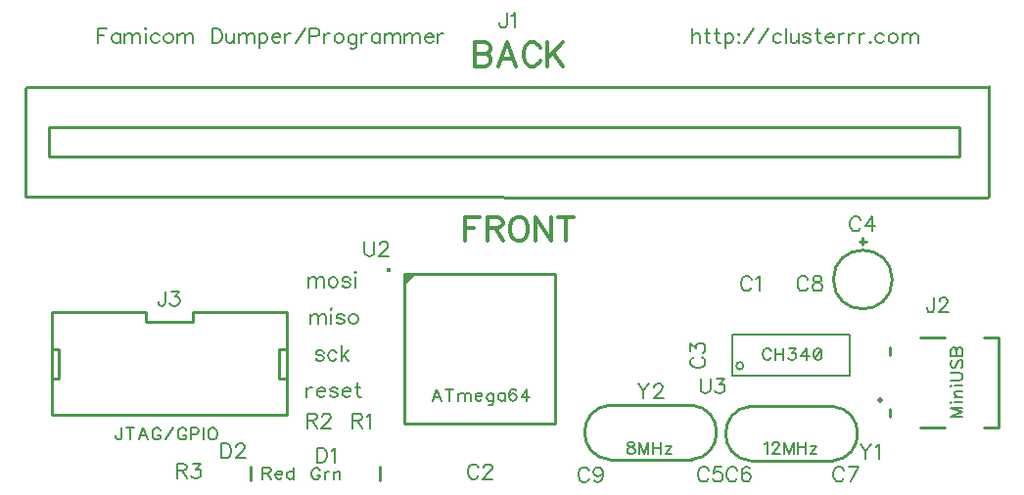
<source format=gbr>
G04 DipTrace 3.3.1.3*
G04 TopSilk.gbr*
%MOIN*%
G04 #@! TF.FileFunction,Legend,Top*
G04 #@! TF.Part,Single*
%ADD10C,0.009843*%
%ADD24C,0.019677*%
%ADD30C,0.015345*%
%ADD33C,0.005*%
%ADD41C,0.007874*%
%ADD73C,0.00772*%
%ADD74C,0.012351*%
%FSLAX26Y26*%
G04*
G70*
G90*
G75*
G01*
G04 TopSilk*
%LPD*%
X3244381Y1248582D2*
D10*
X3268021D1*
X3256201Y1260401D2*
Y1236787D1*
X3156201Y1118671D2*
G02X3156201Y1118671I100000J0D01*
G01*
X1612885Y432872D2*
Y480117D1*
X1172387Y434630D2*
Y481874D1*
X3684819Y1779275D2*
X3684491Y1401549D1*
X3584825Y1637323D2*
Y1537291D1*
X406315Y1772251D2*
Y1402289D1*
X484999Y1637249D2*
Y1537365D1*
X3680557Y1399405D2*
X409921Y1399775D1*
X3684819Y1774986D2*
X409921Y1774765D1*
X3584825Y1537291D2*
X484999Y1537365D1*
X3584825Y1637323D2*
X484999Y1637249D1*
X3718218Y615699D2*
Y922787D1*
Y615699D2*
X3669025D1*
X3535915D2*
X3451667D1*
X3348155Y651145D2*
Y678696D1*
Y859790D2*
Y887340D1*
X3451667Y922787D2*
X3535915D1*
X3669025D2*
X3718218D1*
D24*
X3314671Y706246D3*
X1268901Y881251D2*
D10*
X1293701D1*
X1268901Y781151D2*
Y881251D1*
Y781151D2*
X1293701D1*
X493701Y881251D2*
X518501D1*
Y781151D2*
Y881251D1*
X493701Y781151D2*
X518501D1*
X1293701Y656201D2*
Y1006201D1*
X493701Y656201D2*
Y1006201D1*
Y656201D2*
X1293701D1*
X973701Y976101D2*
Y1006201D1*
X813701Y976101D2*
X973701D1*
X813701D2*
Y1006201D1*
X973701D2*
X1293701D1*
X493701D2*
X813701D1*
X1694857Y1138411D2*
X2206718D1*
Y626550D1*
X1694857D1*
Y1138411D1*
D30*
X1642999Y1149817D3*
G36*
X1694857Y1138411D2*
Y1099021D1*
X1734246Y1138411D1*
X1694857D1*
G37*
X2812541Y792467D2*
D33*
Y932467D1*
X3212541D1*
Y792467D1*
X2812541D1*
X2825061Y824967D2*
G02X2825061Y824967I12480J0D01*
G01*
X2874126Y500844D2*
D10*
X3153454D1*
X2874126Y686592D2*
X3153454D1*
X2874126D2*
G03X2874126Y500844I8216J-92874D01*
G01*
X3153454D2*
G03X3153454Y686592I-8216J92874D01*
G01*
X2673361Y690747D2*
X2394033D1*
X2673361Y504999D2*
X2394033D1*
X2673361D2*
G03X2673361Y690747I-8216J92874D01*
G01*
X2394033D2*
G03X2394033Y504999I8216J-92874D01*
G01*
X2877044Y1118438D2*
D73*
X2874667Y1123192D1*
X2869859Y1128000D1*
X2865106Y1130377D1*
X2855544D1*
X2850736Y1128000D1*
X2845983Y1123192D1*
X2843551Y1118438D1*
X2841174Y1111253D1*
Y1099260D1*
X2843551Y1092130D1*
X2845983Y1087322D1*
X2850736Y1082568D1*
X2855544Y1080137D1*
X2865106D1*
X2869859Y1082568D1*
X2874667Y1087322D1*
X2877044Y1092130D1*
X2892483Y1120760D2*
X2897292Y1123192D1*
X2904477Y1130321D1*
Y1080137D1*
X1947225Y477432D2*
X1944848Y482185D1*
X1940040Y486993D1*
X1935286Y489370D1*
X1925725D1*
X1920916Y486993D1*
X1916163Y482185D1*
X1913731Y477432D1*
X1911355Y470247D1*
Y458253D1*
X1913731Y451124D1*
X1916163Y446315D1*
X1920916Y441562D1*
X1925725Y439130D1*
X1935286D1*
X1940040Y441562D1*
X1944848Y446315D1*
X1947225Y451124D1*
X1965096Y477377D2*
Y479753D1*
X1967472Y484562D1*
X1969849Y486938D1*
X1974657Y489315D1*
X1984219D1*
X1988972Y486938D1*
X1991349Y484562D1*
X1993781Y479753D1*
Y475000D1*
X1991349Y470192D1*
X1986596Y463062D1*
X1962664Y439130D1*
X1996157D1*
X2681571Y853722D2*
X2676818Y851345D1*
X2672009Y846537D1*
X2669633Y841784D1*
Y832222D1*
X2672009Y827414D1*
X2676818Y822661D1*
X2681571Y820229D1*
X2688756Y817852D1*
X2700749D1*
X2707879Y820229D1*
X2712688Y822661D1*
X2717441Y827414D1*
X2719873Y832222D1*
Y841784D1*
X2717441Y846537D1*
X2712688Y851345D1*
X2707879Y853722D1*
X2669688Y873970D2*
Y900223D1*
X2688811Y885908D1*
Y893093D1*
X2691188Y897846D1*
X2693564Y900223D1*
X2700749Y902655D1*
X2705503D1*
X2712688Y900223D1*
X2717496Y895470D1*
X2719873Y888284D1*
Y881099D1*
X2717496Y873970D1*
X2715064Y871593D1*
X2710311Y869161D1*
X3248481Y1321686D2*
X3246105Y1326439D1*
X3241296Y1331247D1*
X3236543Y1333624D1*
X3226981D1*
X3222173Y1331247D1*
X3217420Y1326439D1*
X3214988Y1321686D1*
X3212611Y1314501D1*
Y1302507D1*
X3214988Y1295377D1*
X3217420Y1290569D1*
X3222173Y1285816D1*
X3226981Y1283384D1*
X3236543D1*
X3241296Y1285816D1*
X3246105Y1290569D1*
X3248481Y1295377D1*
X3287852Y1283384D2*
Y1333569D1*
X3263920Y1300131D1*
X3299790D1*
X2730620Y468256D2*
X2728243Y473009D1*
X2723435Y477818D1*
X2718681Y480194D1*
X2709120D1*
X2704311Y477818D1*
X2699558Y473009D1*
X2697126Y468256D1*
X2694750Y461071D1*
Y449077D1*
X2697126Y441948D1*
X2699558Y437139D1*
X2704311Y432386D1*
X2709120Y429954D1*
X2718681D1*
X2723435Y432386D1*
X2728243Y437139D1*
X2730620Y441948D1*
X2774744Y480139D2*
X2750867D1*
X2748491Y458639D1*
X2750867Y461016D1*
X2758052Y463448D1*
X2765182D1*
X2772367Y461016D1*
X2777176Y456262D1*
X2779552Y449077D1*
Y444324D1*
X2777176Y437139D1*
X2772367Y432331D1*
X2765182Y429954D1*
X2758052D1*
X2750867Y432331D1*
X2748491Y434763D1*
X2746059Y439516D1*
X2828189Y468437D2*
X2825812Y473190D1*
X2821003Y477999D1*
X2816250Y480375D1*
X2806689D1*
X2801880Y477999D1*
X2797127Y473190D1*
X2794695Y468437D1*
X2792319Y461252D1*
Y449259D1*
X2794695Y442129D1*
X2797127Y437320D1*
X2801880Y432567D1*
X2806689Y430135D1*
X2816250D1*
X2821003Y432567D1*
X2825812Y437320D1*
X2828189Y442129D1*
X2872313Y473190D2*
X2869936Y477943D1*
X2862751Y480320D1*
X2857998D1*
X2850813Y477943D1*
X2846004Y470758D1*
X2843628Y458820D1*
Y446882D1*
X2846004Y437320D1*
X2850813Y432512D1*
X2857998Y430135D1*
X2860374D1*
X2867504Y432512D1*
X2872313Y437320D1*
X2874689Y444505D1*
Y446882D1*
X2872313Y454067D1*
X2867504Y458820D1*
X2860374Y461197D1*
X2857998D1*
X2850813Y458820D1*
X2846004Y454067D1*
X2843628Y446882D1*
X3191294Y468438D2*
X3188918Y473192D1*
X3184109Y478000D1*
X3179356Y480377D1*
X3169794D1*
X3164986Y478000D1*
X3160233Y473192D1*
X3157801Y468438D1*
X3155424Y461253D1*
Y449260D1*
X3157801Y442130D1*
X3160233Y437322D1*
X3164986Y432568D1*
X3169794Y430137D1*
X3179356D1*
X3184109Y432568D1*
X3188918Y437322D1*
X3191294Y442130D1*
X3216295Y430137D2*
X3240227Y480321D1*
X3206733D1*
X3069243Y1118534D2*
X3066866Y1123287D1*
X3062058Y1128096D1*
X3057305Y1130472D1*
X3047743D1*
X3042935Y1128096D1*
X3038182Y1123287D1*
X3035750Y1118534D1*
X3033373Y1111349D1*
Y1099356D1*
X3035750Y1092226D1*
X3038182Y1087417D1*
X3042935Y1082664D1*
X3047743Y1080232D1*
X3057305D1*
X3062058Y1082664D1*
X3066866Y1087417D1*
X3069243Y1092226D1*
X3096620Y1130417D2*
X3089491Y1128041D1*
X3087059Y1123287D1*
Y1118479D1*
X3089491Y1113726D1*
X3094244Y1111294D1*
X3103806Y1108917D1*
X3110991Y1106541D1*
X3115744Y1101732D1*
X3118120Y1096979D1*
Y1089794D1*
X3115744Y1085041D1*
X3113367Y1082609D1*
X3106182Y1080232D1*
X3096620D1*
X3089491Y1082609D1*
X3087059Y1085041D1*
X3084682Y1089794D1*
Y1096979D1*
X3087059Y1101732D1*
X3091867Y1106541D1*
X3098997Y1108917D1*
X3108559Y1111294D1*
X3113367Y1113726D1*
X3115744Y1118479D1*
Y1123287D1*
X3113367Y1128041D1*
X3106182Y1130417D1*
X3096620D1*
X2323837Y466818D2*
X2321460Y471571D1*
X2316652Y476379D1*
X2311899Y478756D1*
X2302337D1*
X2297528Y476379D1*
X2292775Y471571D1*
X2290343Y466818D1*
X2287967Y459633D1*
Y447639D1*
X2290343Y440509D1*
X2292775Y435701D1*
X2297528Y430948D1*
X2302337Y428516D1*
X2311899D1*
X2316652Y430948D1*
X2321460Y435701D1*
X2323837Y440509D1*
X2370393Y462009D2*
X2367961Y454824D1*
X2363208Y450016D1*
X2356023Y447639D1*
X2353646D1*
X2346461Y450016D1*
X2341708Y454824D1*
X2339276Y462009D1*
Y464386D1*
X2341708Y471571D1*
X2346461Y476324D1*
X2353646Y478701D1*
X2356023D1*
X2363208Y476324D1*
X2367961Y471571D1*
X2370393Y462009D1*
Y450016D1*
X2367961Y438078D1*
X2363208Y430892D1*
X2356023Y428516D1*
X2351269D1*
X2344084Y430892D1*
X2341708Y435701D1*
X1397776Y545761D2*
Y495521D1*
X1414522D1*
X1421708Y497953D1*
X1426516Y502706D1*
X1428893Y507515D1*
X1431269Y514644D1*
Y526638D1*
X1428893Y533823D1*
X1426516Y538576D1*
X1421708Y543385D1*
X1414522Y545761D1*
X1397776D1*
X1446708Y536144D2*
X1451517Y538576D1*
X1458702Y545706D1*
Y495521D1*
X1071529Y560018D2*
Y509778D1*
X1088275D1*
X1095460Y512210D1*
X1100269Y516963D1*
X1102645Y521772D1*
X1105022Y528902D1*
Y540895D1*
X1102645Y548080D1*
X1100269Y552833D1*
X1095460Y557642D1*
X1088275Y560018D1*
X1071529D1*
X1122893Y548025D2*
Y550401D1*
X1125270Y555210D1*
X1127646Y557586D1*
X1132455Y559963D1*
X1142016D1*
X1146769Y557586D1*
X1149146Y555210D1*
X1151578Y550401D1*
Y545648D1*
X1149146Y540840D1*
X1144393Y533710D1*
X1120461Y509778D1*
X1153954D1*
X2043816Y2026537D2*
Y1988290D1*
X2041440Y1981105D1*
X2039008Y1978729D1*
X2034255Y1976297D1*
X2029446D1*
X2024693Y1978729D1*
X2022317Y1981105D1*
X2019885Y1988290D1*
Y1993043D1*
X2059256Y2016920D2*
X2064064Y2019352D1*
X2071249Y2026481D1*
Y1976297D1*
X3499024Y1057033D2*
Y1018786D1*
X3496648Y1011601D1*
X3494216Y1009225D1*
X3489463Y1006793D1*
X3484654D1*
X3479901Y1009225D1*
X3477525Y1011601D1*
X3475093Y1018786D1*
Y1023539D1*
X3516896Y1045039D2*
Y1047416D1*
X3519272Y1052224D1*
X3521649Y1054601D1*
X3526457Y1056978D1*
X3536019D1*
X3540772Y1054601D1*
X3543149Y1052224D1*
X3545580Y1047416D1*
Y1042663D1*
X3543149Y1037854D1*
X3538395Y1030724D1*
X3514464Y1006793D1*
X3547957D1*
X881200Y1079424D2*
Y1041177D1*
X878824Y1033992D1*
X876392Y1031616D1*
X871639Y1029184D1*
X866830D1*
X862077Y1031616D1*
X859701Y1033992D1*
X857269Y1041177D1*
Y1045931D1*
X901448Y1079369D2*
X927701D1*
X913386Y1060245D1*
X920571D1*
X925324Y1057869D1*
X927701Y1055492D1*
X930133Y1048307D1*
Y1043554D1*
X927701Y1036369D1*
X922948Y1031560D1*
X915763Y1029184D1*
X908578D1*
X901448Y1031560D1*
X899071Y1033992D1*
X896640Y1038745D1*
X1518101Y637971D2*
X1539601D1*
X1546786Y640403D1*
X1549218Y642780D1*
X1551595Y647533D1*
Y652341D1*
X1549218Y657094D1*
X1546786Y659526D1*
X1539601Y661903D1*
X1518101D1*
Y611663D1*
X1534848Y637971D2*
X1551595Y611663D1*
X1567034Y652286D2*
X1571842Y654718D1*
X1579027Y661848D1*
Y611663D1*
X1363437Y638478D2*
X1384936D1*
X1392122Y640910D1*
X1394553Y643286D1*
X1396930Y648039D1*
Y652848D1*
X1394553Y657601D1*
X1392122Y660033D1*
X1384936Y662409D1*
X1363437D1*
Y612169D1*
X1380183Y638478D2*
X1396930Y612169D1*
X1414801Y650416D2*
Y652793D1*
X1417178Y657601D1*
X1419554Y659978D1*
X1424363Y662354D1*
X1433924D1*
X1438678Y659978D1*
X1441054Y657601D1*
X1443486Y652793D1*
Y648039D1*
X1441054Y643231D1*
X1436301Y636101D1*
X1412369Y612169D1*
X1445863D1*
X920025Y467282D2*
X941524D1*
X948709Y469714D1*
X951141Y472091D1*
X953518Y476844D1*
Y481652D1*
X951141Y486405D1*
X948709Y488837D1*
X941524Y491214D1*
X920025D1*
Y440974D1*
X936771Y467282D2*
X953518Y440974D1*
X973766Y491159D2*
X1000019D1*
X985704Y472035D1*
X992889D1*
X997642Y469659D1*
X1000019Y467282D1*
X1002450Y460097D1*
Y455344D1*
X1000019Y448159D1*
X995265Y443350D1*
X988080Y440974D1*
X980895D1*
X973766Y443350D1*
X971389Y445782D1*
X968957Y450536D1*
X1559574Y1248223D2*
Y1212353D1*
X1561951Y1205168D1*
X1566759Y1200415D1*
X1573945Y1197983D1*
X1578698D1*
X1585883Y1200415D1*
X1590691Y1205168D1*
X1593068Y1212353D1*
Y1248223D1*
X1610939Y1236230D2*
Y1238606D1*
X1613315Y1243415D1*
X1615692Y1245791D1*
X1620501Y1248168D1*
X1630062D1*
X1634815Y1245791D1*
X1637192Y1243415D1*
X1639624Y1238606D1*
Y1233853D1*
X1637192Y1229045D1*
X1632439Y1221915D1*
X1608507Y1197983D1*
X1642000D1*
X2703362Y781505D2*
Y745635D1*
X2705738Y738450D1*
X2710547Y733697D1*
X2717732Y731265D1*
X2722485D1*
X2729670Y733697D1*
X2734479Y738450D1*
X2736855Y745635D1*
Y781505D1*
X2757103Y781450D2*
X2783356D1*
X2769041Y762327D1*
X2776226D1*
X2780979Y759950D1*
X2783356Y757574D1*
X2785788Y750388D1*
Y745635D1*
X2783356Y738450D1*
X2778603Y733642D1*
X2771418Y731265D1*
X2764233D1*
X2757103Y733642D1*
X2754726Y736074D1*
X2752294Y740827D1*
X3247477Y558533D2*
X3266600Y534601D1*
Y508293D1*
X3285723Y558533D2*
X3266600Y534601D1*
X3301162Y548916D2*
X3305971Y551348D1*
X3313156Y558478D1*
Y508293D1*
X2490107Y763970D2*
X2509231Y740038D1*
Y713730D1*
X2528354Y763970D2*
X2509231Y740038D1*
X2546225Y751976D2*
Y754353D1*
X2548602Y759161D1*
X2550978Y761538D1*
X2555787Y763915D1*
X2565348D1*
X2570101Y761538D1*
X2572478Y759161D1*
X2574910Y754353D1*
Y749600D1*
X2572478Y744791D1*
X2567725Y737661D1*
X2543793Y713730D1*
X2577286D1*
X1362528Y751278D2*
D41*
Y717784D1*
Y736908D2*
X1364959Y744093D1*
X1369713Y748901D1*
X1374521Y751278D1*
X1381706D1*
X1397454Y736908D2*
X1426139D1*
Y741716D1*
X1423762Y746525D1*
X1421386Y748901D1*
X1416577Y751278D1*
X1409392D1*
X1404639Y748901D1*
X1399831Y744093D1*
X1397454Y736908D1*
Y732155D1*
X1399831Y724970D1*
X1404639Y720216D1*
X1409392Y717784D1*
X1416577D1*
X1421386Y720216D1*
X1426139Y724970D1*
X1468195Y744093D2*
X1465819Y748901D1*
X1458634Y751278D1*
X1451449D1*
X1444264Y748901D1*
X1441887Y744093D1*
X1444264Y739340D1*
X1449072Y736908D1*
X1461010Y734531D1*
X1465819Y732155D1*
X1468195Y727346D1*
Y724970D1*
X1465819Y720216D1*
X1458634Y717784D1*
X1451449D1*
X1444264Y720216D1*
X1441887Y724970D1*
X1483943Y736908D2*
X1512628D1*
Y741716D1*
X1510252Y746525D1*
X1507875Y748901D1*
X1503067Y751278D1*
X1495882D1*
X1491128Y748901D1*
X1486320Y744093D1*
X1483943Y736908D1*
Y732155D1*
X1486320Y724970D1*
X1491128Y720216D1*
X1495882Y717784D1*
X1503067D1*
X1507875Y720216D1*
X1512628Y724970D1*
X1535561Y768024D2*
Y727346D1*
X1537938Y720216D1*
X1542746Y717784D1*
X1547500D1*
X1528376Y751278D2*
X1545123D1*
X1420085Y869093D2*
X1417709Y873901D1*
X1410524Y876278D1*
X1403339D1*
X1396153Y873901D1*
X1393777Y869093D1*
X1396153Y864340D1*
X1400962Y861908D1*
X1412900Y859531D1*
X1417709Y857155D1*
X1420085Y852346D1*
Y849970D1*
X1417709Y845216D1*
X1410524Y842784D1*
X1403339D1*
X1396153Y845216D1*
X1393777Y849970D1*
X1464573Y869093D2*
X1459765Y873901D1*
X1454956Y876278D1*
X1447827D1*
X1443018Y873901D1*
X1438265Y869093D1*
X1435833Y861908D1*
Y857155D1*
X1438265Y849970D1*
X1443018Y845216D1*
X1447827Y842784D1*
X1454956D1*
X1459765Y845216D1*
X1464573Y849970D1*
X1480321Y893024D2*
Y842784D1*
X1504253Y876278D2*
X1480321Y852346D1*
X1489883Y861908D2*
X1506630Y842784D1*
X1375028Y1001278D2*
Y967784D1*
Y991716D2*
X1382213Y998901D1*
X1387021Y1001278D1*
X1394151D1*
X1398959Y998901D1*
X1401336Y991716D1*
Y967784D1*
Y991716D2*
X1408521Y998901D1*
X1413329Y1001278D1*
X1420459D1*
X1425268Y998901D1*
X1427699Y991716D1*
Y967784D1*
X1443447Y1018024D2*
X1445824Y1015648D1*
X1448256Y1018024D1*
X1445824Y1020456D1*
X1443447Y1018024D1*
X1445824Y1001278D2*
Y967784D1*
X1490312Y994093D2*
X1487936Y998901D1*
X1480751Y1001278D1*
X1473566D1*
X1466381Y998901D1*
X1464004Y994093D1*
X1466381Y989340D1*
X1471189Y986908D1*
X1483127Y984531D1*
X1487936Y982155D1*
X1490312Y977346D1*
Y974970D1*
X1487936Y970216D1*
X1480751Y967784D1*
X1473566D1*
X1466381Y970216D1*
X1464004Y974970D1*
X1517998Y1001278D2*
X1513245Y998901D1*
X1508437Y994093D1*
X1506060Y986908D1*
Y982155D1*
X1508437Y974970D1*
X1513245Y970216D1*
X1517998Y967784D1*
X1525184D1*
X1529992Y970216D1*
X1534745Y974970D1*
X1537177Y982155D1*
Y986908D1*
X1534745Y994093D1*
X1529992Y998901D1*
X1525184Y1001278D1*
X1517998D1*
X1368778Y1126278D2*
Y1092784D1*
Y1116716D2*
X1375963Y1123901D1*
X1380772Y1126278D1*
X1387901D1*
X1392710Y1123901D1*
X1395087Y1116716D1*
Y1092784D1*
Y1116716D2*
X1402272Y1123901D1*
X1407080Y1126278D1*
X1414210D1*
X1419018Y1123901D1*
X1421450Y1116716D1*
Y1092784D1*
X1449136Y1126278D2*
X1444383Y1123901D1*
X1439575Y1119093D1*
X1437198Y1111908D1*
Y1107155D1*
X1439575Y1099970D1*
X1444383Y1095216D1*
X1449136Y1092784D1*
X1456321D1*
X1461130Y1095216D1*
X1465883Y1099970D1*
X1468315Y1107155D1*
Y1111908D1*
X1465883Y1119093D1*
X1461130Y1123901D1*
X1456321Y1126278D1*
X1449136D1*
X1510371Y1119093D2*
X1507995Y1123901D1*
X1500810Y1126278D1*
X1493625D1*
X1486439Y1123901D1*
X1484063Y1119093D1*
X1486439Y1114340D1*
X1491248Y1111908D1*
X1503186Y1109531D1*
X1507995Y1107155D1*
X1510371Y1102346D1*
Y1099970D1*
X1507995Y1095216D1*
X1500810Y1092784D1*
X1493625D1*
X1486439Y1095216D1*
X1484063Y1099970D1*
X1526119Y1143024D2*
X1528496Y1140648D1*
X1530928Y1143024D1*
X1528496Y1145456D1*
X1526119Y1143024D1*
X1528496Y1126278D2*
Y1092784D1*
X682517Y1974275D2*
X651400D1*
Y1924035D1*
Y1950343D2*
X670524D1*
X726950Y1957528D2*
Y1924035D1*
Y1950343D2*
X722197Y1955152D1*
X717388Y1957528D1*
X710259D1*
X705450Y1955152D1*
X700697Y1950343D1*
X698265Y1943158D1*
Y1938405D1*
X700697Y1931220D1*
X705450Y1926467D1*
X710259Y1924035D1*
X717388D1*
X722197Y1926467D1*
X726950Y1931220D1*
X742698Y1957528D2*
Y1924035D1*
Y1947967D2*
X749883Y1955152D1*
X754691Y1957528D1*
X761821D1*
X766630Y1955152D1*
X769006Y1947967D1*
Y1924035D1*
Y1947967D2*
X776191Y1955152D1*
X781000Y1957528D1*
X788130D1*
X792938Y1955152D1*
X795370Y1947967D1*
Y1924035D1*
X811118Y1974275D2*
X813494Y1971899D1*
X815926Y1974275D1*
X813494Y1976707D1*
X811118Y1974275D1*
X813494Y1957528D2*
Y1924035D1*
X860414Y1950343D2*
X855606Y1955152D1*
X850798Y1957528D1*
X843668D1*
X838859Y1955152D1*
X834106Y1950343D1*
X831674Y1943158D1*
Y1938405D1*
X834106Y1931220D1*
X838859Y1926467D1*
X843668Y1924035D1*
X850798D1*
X855606Y1926467D1*
X860414Y1931220D1*
X888101Y1957528D2*
X883348Y1955152D1*
X878539Y1950343D1*
X876163Y1943158D1*
Y1938405D1*
X878539Y1931220D1*
X883348Y1926467D1*
X888101Y1924035D1*
X895286D1*
X900094Y1926467D1*
X904847Y1931220D1*
X907279Y1938405D1*
Y1943158D1*
X904847Y1950343D1*
X900094Y1955152D1*
X895286Y1957528D1*
X888101D1*
X923027D2*
Y1924035D1*
Y1947967D2*
X930212Y1955152D1*
X935021Y1957528D1*
X942151D1*
X946959Y1955152D1*
X949336Y1947967D1*
Y1924035D1*
Y1947967D2*
X956521Y1955152D1*
X961329Y1957528D1*
X968459D1*
X973267Y1955152D1*
X975699Y1947967D1*
Y1924035D1*
X1040357Y1974275D2*
Y1924035D1*
X1057104D1*
X1064289Y1926467D1*
X1069097Y1931220D1*
X1071474Y1936029D1*
X1073850Y1943158D1*
Y1955152D1*
X1071474Y1962337D1*
X1069097Y1967090D1*
X1064289Y1971899D1*
X1057104Y1974275D1*
X1040357D1*
X1089598Y1957528D2*
Y1933597D1*
X1091975Y1926467D1*
X1096783Y1924035D1*
X1103968D1*
X1108722Y1926467D1*
X1115907Y1933597D1*
Y1957528D2*
Y1924035D1*
X1131655Y1957528D2*
Y1924035D1*
Y1947967D2*
X1138840Y1955152D1*
X1143648Y1957528D1*
X1150778D1*
X1155586Y1955152D1*
X1157963Y1947967D1*
Y1924035D1*
Y1947967D2*
X1165148Y1955152D1*
X1169956Y1957528D1*
X1177086D1*
X1181895Y1955152D1*
X1184327Y1947967D1*
Y1924035D1*
X1200075Y1957528D2*
Y1907288D1*
Y1950343D2*
X1204883Y1955097D1*
X1209636Y1957528D1*
X1216821D1*
X1221630Y1955097D1*
X1226383Y1950343D1*
X1228815Y1943158D1*
Y1938350D1*
X1226383Y1931220D1*
X1221630Y1926412D1*
X1216821Y1924035D1*
X1209636D1*
X1204883Y1926412D1*
X1200075Y1931220D1*
X1244563Y1943158D2*
X1273248D1*
Y1947967D1*
X1270871Y1952775D1*
X1268494Y1955152D1*
X1263686Y1957528D1*
X1256501D1*
X1251748Y1955152D1*
X1246939Y1950343D1*
X1244563Y1943158D1*
Y1938405D1*
X1246939Y1931220D1*
X1251748Y1926467D1*
X1256501Y1924035D1*
X1263686D1*
X1268494Y1926467D1*
X1273248Y1931220D1*
X1288996Y1957528D2*
Y1924035D1*
Y1943158D2*
X1291428Y1950343D1*
X1296181Y1955152D1*
X1300989Y1957528D1*
X1308174D1*
X1323922Y1924035D2*
X1357416Y1974220D1*
X1373164Y1947967D2*
X1394719D1*
X1401848Y1950343D1*
X1404280Y1952775D1*
X1406657Y1957528D1*
Y1964714D1*
X1404280Y1969467D1*
X1401848Y1971899D1*
X1394719Y1974275D1*
X1373164D1*
Y1924035D1*
X1422405Y1957528D2*
Y1924035D1*
Y1943158D2*
X1424837Y1950343D1*
X1429590Y1955152D1*
X1434398Y1957528D1*
X1441583D1*
X1469270D2*
X1464517Y1955152D1*
X1459708Y1950343D1*
X1457332Y1943158D1*
Y1938405D1*
X1459708Y1931220D1*
X1464517Y1926467D1*
X1469270Y1924035D1*
X1476455D1*
X1481263Y1926467D1*
X1486016Y1931220D1*
X1488448Y1938405D1*
Y1943158D1*
X1486016Y1950343D1*
X1481263Y1955152D1*
X1476455Y1957528D1*
X1469270D1*
X1532881Y1955152D2*
Y1916850D1*
X1530505Y1909720D1*
X1528128Y1907288D1*
X1523320Y1904912D1*
X1516135D1*
X1511381Y1907288D1*
X1532881Y1947967D2*
X1528128Y1952720D1*
X1523320Y1955152D1*
X1516135D1*
X1511381Y1952720D1*
X1506573Y1947967D1*
X1504196Y1940782D1*
Y1935973D1*
X1506573Y1928844D1*
X1511381Y1924035D1*
X1516135Y1921659D1*
X1523320D1*
X1528128Y1924035D1*
X1532881Y1928844D1*
X1548629Y1957528D2*
Y1924035D1*
Y1943158D2*
X1551061Y1950343D1*
X1555814Y1955152D1*
X1560623Y1957528D1*
X1567808D1*
X1612241D2*
Y1924035D1*
Y1950343D2*
X1607487Y1955152D1*
X1602679Y1957528D1*
X1595549D1*
X1590741Y1955152D1*
X1585988Y1950343D1*
X1583556Y1943158D1*
Y1938405D1*
X1585988Y1931220D1*
X1590741Y1926467D1*
X1595549Y1924035D1*
X1602679D1*
X1607487Y1926467D1*
X1612241Y1931220D1*
X1627989Y1957528D2*
Y1924035D1*
Y1947967D2*
X1635174Y1955152D1*
X1639982Y1957528D1*
X1647112D1*
X1651920Y1955152D1*
X1654297Y1947967D1*
Y1924035D1*
Y1947967D2*
X1661482Y1955152D1*
X1666290Y1957528D1*
X1673420D1*
X1678229Y1955152D1*
X1680661Y1947967D1*
Y1924035D1*
X1696409Y1957528D2*
Y1924035D1*
Y1947967D2*
X1703594Y1955152D1*
X1708402Y1957528D1*
X1715532D1*
X1720340Y1955152D1*
X1722717Y1947967D1*
Y1924035D1*
Y1947967D2*
X1729902Y1955152D1*
X1734710Y1957528D1*
X1741840D1*
X1746649Y1955152D1*
X1749080Y1947967D1*
Y1924035D1*
X1764828Y1943158D2*
X1793513D1*
Y1947967D1*
X1791137Y1952775D1*
X1788760Y1955152D1*
X1783952Y1957528D1*
X1776767D1*
X1772014Y1955152D1*
X1767205Y1950343D1*
X1764828Y1943158D1*
Y1938405D1*
X1767205Y1931220D1*
X1772014Y1926467D1*
X1776767Y1924035D1*
X1783952D1*
X1788760Y1926467D1*
X1793513Y1931220D1*
X1809261Y1957528D2*
Y1924035D1*
Y1943158D2*
X1811693Y1950343D1*
X1816446Y1955152D1*
X1821255Y1957528D1*
X1828440D1*
X2675022Y1974275D2*
Y1924035D1*
Y1947967D2*
X2682207Y1955152D1*
X2687016Y1957528D1*
X2694201D1*
X2698954Y1955152D1*
X2701331Y1947967D1*
Y1924035D1*
X2724264Y1974275D2*
Y1933597D1*
X2726640Y1926467D1*
X2731449Y1924035D1*
X2736202D1*
X2717079Y1957528D2*
X2733825D1*
X2759135Y1974275D2*
Y1933597D1*
X2761512Y1926467D1*
X2766320Y1924035D1*
X2771073D1*
X2751950Y1957528D2*
X2768697D1*
X2786821D2*
Y1907288D1*
Y1950343D2*
X2791630Y1955097D1*
X2796383Y1957528D1*
X2803568D1*
X2808376Y1955097D1*
X2813130Y1950343D1*
X2815561Y1943158D1*
Y1938350D1*
X2813130Y1931220D1*
X2808376Y1926412D1*
X2803568Y1924035D1*
X2796383D1*
X2791630Y1926412D1*
X2786821Y1931220D1*
X2833741Y1957528D2*
X2831309Y1955097D1*
X2833741Y1952720D1*
X2836118Y1955097D1*
X2833741Y1957528D1*
Y1928844D2*
X2831309Y1926412D1*
X2833741Y1924035D1*
X2836118Y1926412D1*
X2833741Y1928844D1*
X2851866Y1924035D2*
X2885359Y1974220D1*
X2901107Y1924035D2*
X2934601Y1974220D1*
X2979089Y1950343D2*
X2974280Y1955152D1*
X2969472Y1957528D1*
X2962342D1*
X2957534Y1955152D1*
X2952780Y1950343D1*
X2950349Y1943158D1*
Y1938405D1*
X2952780Y1931220D1*
X2957534Y1926467D1*
X2962342Y1924035D1*
X2969472D1*
X2974280Y1926467D1*
X2979089Y1931220D1*
X2994837Y1974275D2*
Y1924035D1*
X3010585Y1957528D2*
Y1933597D1*
X3012961Y1926467D1*
X3017770Y1924035D1*
X3024955D1*
X3029708Y1926467D1*
X3036893Y1933597D1*
Y1957528D2*
Y1924035D1*
X3078949Y1950343D2*
X3076573Y1955152D1*
X3069388Y1957528D1*
X3062203D1*
X3055018Y1955152D1*
X3052641Y1950343D1*
X3055018Y1945590D1*
X3059826Y1943158D1*
X3071764Y1940782D1*
X3076573Y1938405D1*
X3078949Y1933597D1*
Y1931220D1*
X3076573Y1926467D1*
X3069388Y1924035D1*
X3062203D1*
X3055018Y1926467D1*
X3052641Y1931220D1*
X3101883Y1974275D2*
Y1933597D1*
X3104259Y1926467D1*
X3109068Y1924035D1*
X3113821D1*
X3094698Y1957528D2*
X3111444D1*
X3129569Y1943158D2*
X3158254D1*
Y1947967D1*
X3155877Y1952775D1*
X3153501Y1955152D1*
X3148692Y1957528D1*
X3141507D1*
X3136754Y1955152D1*
X3131945Y1950343D1*
X3129569Y1943158D1*
Y1938405D1*
X3131945Y1931220D1*
X3136754Y1926467D1*
X3141507Y1924035D1*
X3148692D1*
X3153501Y1926467D1*
X3158254Y1931220D1*
X3174002Y1957528D2*
Y1924035D1*
Y1943158D2*
X3176434Y1950343D1*
X3181187Y1955152D1*
X3185995Y1957528D1*
X3193180D1*
X3208928D2*
Y1924035D1*
Y1943158D2*
X3211360Y1950343D1*
X3216113Y1955152D1*
X3220922Y1957528D1*
X3228107D1*
X3243855D2*
Y1924035D1*
Y1943158D2*
X3246287Y1950343D1*
X3251040Y1955152D1*
X3255848Y1957528D1*
X3263033D1*
X3281158Y1928844D2*
X3278781Y1926412D1*
X3281158Y1924035D1*
X3283590Y1926412D1*
X3281158Y1928844D1*
X3328078Y1950343D2*
X3323270Y1955152D1*
X3318461Y1957528D1*
X3311331D1*
X3306523Y1955152D1*
X3301770Y1950343D1*
X3299338Y1943158D1*
Y1938405D1*
X3301770Y1931220D1*
X3306523Y1926467D1*
X3311331Y1924035D1*
X3318461D1*
X3323270Y1926467D1*
X3328078Y1931220D1*
X3355764Y1957528D2*
X3351011Y1955152D1*
X3346203Y1950343D1*
X3343826Y1943158D1*
Y1938405D1*
X3346203Y1931220D1*
X3351011Y1926467D1*
X3355764Y1924035D1*
X3362949D1*
X3367758Y1926467D1*
X3372511Y1931220D1*
X3374943Y1938405D1*
Y1943158D1*
X3372511Y1950343D1*
X3367758Y1955152D1*
X3362949Y1957528D1*
X3355764D1*
X3390691D2*
Y1924035D1*
Y1947967D2*
X3397876Y1955152D1*
X3402684Y1957528D1*
X3409814D1*
X3414623Y1955152D1*
X3416999Y1947967D1*
Y1924035D1*
Y1947967D2*
X3424184Y1955152D1*
X3428993Y1957528D1*
X3436122D1*
X3440931Y1955152D1*
X3443363Y1947967D1*
Y1924035D1*
X732300Y613398D2*
Y582800D1*
X730399Y577052D1*
X728453Y575151D1*
X724651Y573206D1*
X720804D1*
X717002Y575151D1*
X715100Y577052D1*
X713155Y582800D1*
Y586603D1*
X761446Y613398D2*
Y573206D1*
X748048Y613398D2*
X774843D1*
X821232Y573206D2*
X805890Y613398D1*
X790591Y573206D1*
X796339Y586603D2*
X815484D1*
X865676Y603847D2*
X863775Y607650D1*
X859928Y611496D1*
X856126Y613398D1*
X848476D1*
X844630Y611496D1*
X840827Y607650D1*
X838882Y603847D1*
X836980Y598099D1*
Y588504D1*
X838882Y582800D1*
X840827Y578954D1*
X844630Y575151D1*
X848476Y573206D1*
X856126D1*
X859928Y575151D1*
X863775Y578954D1*
X865676Y582800D1*
Y588504D1*
X856126D1*
X881424Y573206D2*
X908219Y613353D1*
X952663Y603847D2*
X950762Y607650D1*
X946915Y611496D1*
X943112Y613398D1*
X935463D1*
X931616Y611496D1*
X927814Y607650D1*
X925868Y603847D1*
X923967Y598099D1*
Y588504D1*
X925868Y582800D1*
X927814Y578954D1*
X931616Y575151D1*
X935463Y573206D1*
X943112D1*
X946915Y575151D1*
X950762Y578954D1*
X952663Y582800D1*
Y588504D1*
X943112D1*
X968411Y592351D2*
X985655D1*
X991359Y594252D1*
X993304Y596198D1*
X995206Y600000D1*
Y605748D1*
X993304Y609551D1*
X991359Y611496D1*
X985655Y613398D1*
X968411D1*
Y573206D1*
X1010954Y613398D2*
Y573206D1*
X1038198Y613398D2*
X1034351Y611496D1*
X1030549Y607650D1*
X1028603Y603847D1*
X1026702Y598099D1*
Y588504D1*
X1028603Y582800D1*
X1030549Y578954D1*
X1034351Y575151D1*
X1038198Y573206D1*
X1045847D1*
X1049650Y575151D1*
X1053496Y578954D1*
X1055398Y582800D1*
X1057299Y588504D1*
Y598099D1*
X1055398Y603847D1*
X1053496Y607650D1*
X1049650Y611496D1*
X1045847Y613398D1*
X1038198D1*
X1820682Y705889D2*
X1805339Y746081D1*
X1790041Y705889D1*
X1795789Y719287D2*
X1814934D1*
X1849827Y746081D2*
Y705889D1*
X1836430Y746081D2*
X1863225D1*
X1878973Y732684D2*
Y705889D1*
Y725035D2*
X1884721Y730783D1*
X1888568Y732684D1*
X1894271D1*
X1898118Y730783D1*
X1900019Y725035D1*
Y705889D1*
Y725035D2*
X1905768Y730783D1*
X1909614Y732684D1*
X1915318D1*
X1919165Y730783D1*
X1921110Y725035D1*
Y705889D1*
X1936858Y721188D2*
X1959806D1*
Y725035D1*
X1957905Y728881D1*
X1956004Y730783D1*
X1952157Y732684D1*
X1946409D1*
X1942606Y730783D1*
X1938760Y726936D1*
X1936858Y721188D1*
Y717385D1*
X1938760Y711637D1*
X1942606Y707835D1*
X1946409Y705889D1*
X1952157D1*
X1956004Y707835D1*
X1959806Y711637D1*
X1998502Y730783D2*
Y700141D1*
X1996601Y694437D1*
X1994700Y692492D1*
X1990853Y690591D1*
X1985105D1*
X1981302Y692492D1*
X1998502Y725035D2*
X1994700Y728837D1*
X1990853Y730783D1*
X1985105D1*
X1981302Y728837D1*
X1977456Y725035D1*
X1975554Y719287D1*
Y715440D1*
X1977456Y709736D1*
X1981302Y705889D1*
X1985105Y703988D1*
X1990853D1*
X1994700Y705889D1*
X1998502Y709736D1*
X2037198Y732684D2*
Y705889D1*
Y726936D2*
X2033396Y730783D1*
X2029549Y732684D1*
X2023845D1*
X2019998Y730783D1*
X2016196Y726936D1*
X2014250Y721188D1*
Y717385D1*
X2016196Y711637D1*
X2019998Y707835D1*
X2023845Y705889D1*
X2029549D1*
X2033396Y707835D1*
X2037198Y711637D1*
X2075894Y740333D2*
X2073993Y744136D1*
X2068245Y746037D1*
X2064442D1*
X2058694Y744136D1*
X2054847Y738388D1*
X2052946Y728837D1*
Y719287D1*
X2054847Y711637D1*
X2058694Y707791D1*
X2064442Y705889D1*
X2066344D1*
X2072047Y707791D1*
X2075894Y711637D1*
X2077795Y717385D1*
Y719287D1*
X2075894Y725035D1*
X2072047Y728837D1*
X2066344Y730738D1*
X2064442D1*
X2058694Y728837D1*
X2054847Y725035D1*
X2052946Y719287D1*
X2112689Y705889D2*
Y746037D1*
X2093543Y719287D1*
X2122239D1*
X2943985Y874899D2*
X2942083Y878702D1*
X2938237Y882549D1*
X2934434Y884450D1*
X2926785D1*
X2922938Y882549D1*
X2919135Y878702D1*
X2917190Y874899D1*
X2915289Y869151D1*
Y859557D1*
X2917190Y853853D1*
X2919135Y850006D1*
X2922938Y846204D1*
X2926785Y844258D1*
X2934434D1*
X2938237Y846204D1*
X2942083Y850006D1*
X2943985Y853853D1*
X2959733Y884450D2*
Y844258D1*
X2986527Y884450D2*
Y844258D1*
X2959733Y865305D2*
X2986527D1*
X3006122Y884406D2*
X3027125D1*
X3015673Y869107D1*
X3021421D1*
X3025223Y867206D1*
X3027125Y865305D1*
X3029070Y859557D1*
Y855754D1*
X3027125Y850006D1*
X3023322Y846159D1*
X3017574Y844258D1*
X3011826D1*
X3006122Y846159D1*
X3004221Y848105D1*
X3002275Y851907D1*
X3063963Y844258D2*
Y884406D1*
X3044818Y857655D1*
X3073514D1*
X3100758Y884406D2*
X3095010Y882505D1*
X3091163Y876757D1*
X3089262Y867206D1*
Y861458D1*
X3091163Y851907D1*
X3095010Y846159D1*
X3100758Y844258D1*
X3104561D1*
X3110309Y846159D1*
X3114111Y851907D1*
X3116057Y861458D1*
Y867206D1*
X3114111Y876757D1*
X3110309Y882505D1*
X3104561Y884406D1*
X3100758D1*
X3114111Y876757D2*
X3091163Y851907D1*
X3596049Y682557D2*
X3555857D1*
X3596049Y667258D1*
X3555857Y651959D1*
X3596049D1*
X3555857Y698305D2*
X3557758Y700206D1*
X3555857Y702151D1*
X3553912Y700206D1*
X3555857Y698305D1*
X3569254Y700206D2*
X3596049D1*
X3569254Y717899D2*
X3596049D1*
X3576904D2*
X3571156Y723647D1*
X3569254Y727494D1*
Y733198D1*
X3571156Y737045D1*
X3576904Y738946D1*
X3596049D1*
X3555857Y754694D2*
X3557758Y756595D1*
X3555857Y758541D1*
X3553912Y756595D1*
X3555857Y754694D1*
X3569254Y756595D2*
X3596049D1*
X3555857Y774289D2*
X3584553D1*
X3590301Y776190D1*
X3594104Y780037D1*
X3596049Y785785D1*
Y789587D1*
X3594104Y795335D1*
X3590301Y799182D1*
X3584553Y801083D1*
X3555857Y801084D1*
X3561605Y843626D2*
X3557758Y839824D1*
X3555857Y834076D1*
Y826426D1*
X3557758Y820678D1*
X3561605Y816832D1*
X3565408D1*
X3569254Y818777D1*
X3571156Y820678D1*
X3573057Y824481D1*
X3576904Y835977D1*
X3578805Y839824D1*
X3580750Y841725D1*
X3584553Y843626D1*
X3590301D1*
X3594104Y839824D1*
X3596049Y834076D1*
Y826426D1*
X3594104Y820678D1*
X3590301Y816832D1*
X3555857Y859374D2*
X3596049D1*
Y876618D1*
X3594104Y882366D1*
X3592202Y884268D1*
X3588400Y886169D1*
X3582652D1*
X3578805Y884268D1*
X3576904Y882366D1*
X3575002Y876618D1*
X3573057Y882366D1*
X3571156Y884268D1*
X3567353Y886169D1*
X3563506D1*
X3559704Y884268D1*
X3557758Y882366D1*
X3555857Y876618D1*
Y859374D1*
X3575002D2*
Y876618D1*
X1213298Y459307D2*
X1230498D1*
X1236246Y461253D1*
X1238191Y463154D1*
X1240093Y466957D1*
Y470803D1*
X1238191Y474606D1*
X1236246Y476551D1*
X1230498Y478453D1*
X1213298D1*
Y438261D1*
X1226695Y459307D2*
X1240093Y438261D1*
X1255841Y453559D2*
X1278789D1*
Y457406D1*
X1276887Y461253D1*
X1274986Y463154D1*
X1271139Y465055D1*
X1265391D1*
X1261589Y463154D1*
X1257742Y459307D1*
X1255841Y453559D1*
Y449757D1*
X1257742Y444009D1*
X1261589Y440206D1*
X1265391Y438261D1*
X1271139D1*
X1274986Y440206D1*
X1278789Y444009D1*
X1317484Y478453D2*
Y438261D1*
Y459307D2*
X1313682Y463154D1*
X1309835Y465055D1*
X1304087D1*
X1300285Y463154D1*
X1296438Y459307D1*
X1294537Y453559D1*
Y449757D1*
X1296438Y444009D1*
X1300285Y440206D1*
X1304087Y438261D1*
X1309835D1*
X1313682Y440206D1*
X1317484Y444009D1*
X1407891Y468054D2*
X1405990Y471857D1*
X1402143Y475704D1*
X1398341Y477605D1*
X1390692D1*
X1386845Y475704D1*
X1383042Y471857D1*
X1381097Y468054D1*
X1379196Y462306D1*
Y452711D1*
X1381097Y447008D1*
X1383042Y443161D1*
X1386845Y439358D1*
X1390692Y437413D1*
X1398341D1*
X1402143Y439358D1*
X1405990Y443161D1*
X1407891Y447008D1*
Y452711D1*
X1398341D1*
X1423640Y464208D2*
Y437413D1*
Y452711D2*
X1425585Y458460D1*
X1429388Y462306D1*
X1433234Y464208D1*
X1438982D1*
X1454730D2*
Y437413D1*
Y456558D2*
X1460478Y462306D1*
X1464325Y464208D1*
X1470029D1*
X1473876Y462306D1*
X1475777Y456558D1*
Y437413D1*
X2921538Y558007D2*
X2925385Y559953D1*
X2931133Y565656D1*
Y525509D1*
X2948826Y556106D2*
Y558007D1*
X2950728Y561854D1*
X2952629Y563755D1*
X2956476Y565656D1*
X2964125D1*
X2967928Y563755D1*
X2969829Y561854D1*
X2971774Y558007D1*
Y554205D1*
X2969829Y550358D1*
X2966026Y544654D1*
X2946881Y525509D1*
X2973676D1*
X3020021D2*
Y565701D1*
X3004722Y525509D1*
X2989424Y565701D1*
Y525509D1*
X3035769Y565701D2*
Y525509D1*
X3062563Y565701D2*
Y525509D1*
X3035769Y546555D2*
X3062563D1*
X3078312Y552303D2*
X3099358D1*
X3078312Y525509D1*
X3099358D1*
X2462956Y564852D2*
X2457252Y562951D1*
X2455307Y559148D1*
Y555301D1*
X2457252Y551499D1*
X2461055Y549553D1*
X2468704Y547652D1*
X2474452Y545751D1*
X2478255Y541904D1*
X2480156Y538102D1*
Y532354D1*
X2478255Y528551D1*
X2476353Y526605D1*
X2470605Y524704D1*
X2462956D1*
X2457252Y526605D1*
X2455307Y528551D1*
X2453406Y532354D1*
Y538102D1*
X2455307Y541904D1*
X2459154Y545751D1*
X2464857Y547652D1*
X2472507Y549553D1*
X2476353Y551499D1*
X2478255Y555301D1*
Y559148D1*
X2476353Y562951D1*
X2470605Y564852D1*
X2462956D1*
X2526501Y524704D2*
Y564896D1*
X2511203Y524704D1*
X2495904Y564896D1*
Y524704D1*
X2542249Y564896D2*
Y524704D1*
X2569044Y564896D2*
Y524704D1*
X2542249Y545751D2*
X2569044D1*
X2584792Y551499D2*
X2605839D1*
X2584792Y524704D1*
X2605839D1*
X1952030Y1331164D2*
D74*
X1902243D1*
Y1250780D1*
Y1292874D2*
X1932840D1*
X1976732D2*
X2011132D1*
X2022628Y1296765D1*
X2026519Y1300567D1*
X2030322Y1308172D1*
Y1315866D1*
X2026519Y1323471D1*
X2022628Y1327362D1*
X2011132Y1331164D1*
X1976732D1*
Y1250780D1*
X2003527Y1292874D2*
X2030322Y1250780D1*
X2078017Y1331164D2*
X2070323Y1327362D1*
X2062718Y1319668D1*
X2058827Y1312063D1*
X2055025Y1300567D1*
Y1281377D1*
X2058827Y1269970D1*
X2062718Y1262276D1*
X2070323Y1254671D1*
X2078017Y1250780D1*
X2093315D1*
X2100920Y1254671D1*
X2108614Y1262276D1*
X2112416Y1269970D1*
X2116219Y1281377D1*
Y1300567D1*
X2112416Y1312063D1*
X2108614Y1319668D1*
X2100920Y1327362D1*
X2093315Y1331164D1*
X2078017D1*
X2194511D2*
Y1250780D1*
X2140922Y1331164D1*
Y1250780D1*
X2246009Y1331164D2*
Y1250780D1*
X2219214Y1331164D2*
X2272803D1*
X1936011Y1926180D2*
Y1845796D1*
X1970500D1*
X1981996Y1849687D1*
X1985798Y1853489D1*
X1989601Y1861094D1*
Y1872590D1*
X1985798Y1880284D1*
X1981996Y1884086D1*
X1970500Y1887889D1*
X1981996Y1891780D1*
X1985798Y1895583D1*
X1989601Y1903188D1*
Y1910881D1*
X1985798Y1918486D1*
X1981996Y1922377D1*
X1970500Y1926180D1*
X1936011D1*
Y1887889D2*
X1970500D1*
X2075586Y1845796D2*
X2044901Y1926180D1*
X2014304Y1845796D1*
X2025800Y1872590D2*
X2064090D1*
X2157681Y1907079D2*
X2153879Y1914684D1*
X2146185Y1922377D1*
X2138580Y1926180D1*
X2123281D1*
X2115588Y1922377D1*
X2107983Y1914684D1*
X2104092Y1907079D1*
X2100289Y1895583D1*
Y1876393D1*
X2104092Y1864985D1*
X2107983Y1857292D1*
X2115588Y1849687D1*
X2123281Y1845796D1*
X2138580D1*
X2146185Y1849687D1*
X2153879Y1857292D1*
X2157681Y1864985D1*
X2182384Y1926180D2*
Y1845796D1*
X2235973Y1926180D2*
X2182384Y1872590D1*
X2201485Y1891780D2*
X2235973Y1845796D1*
M02*

</source>
